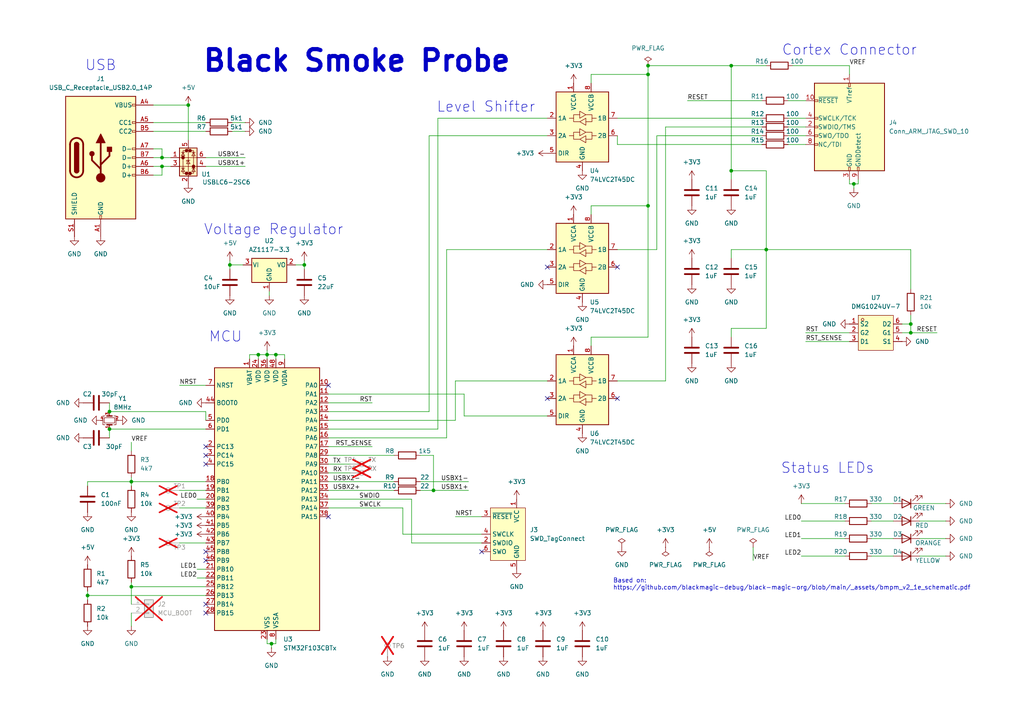
<source format=kicad_sch>
(kicad_sch (version 20250114) (generator "eeschema") (generator_version "9.0")
  (paper "A4")
  (title_block (title "Black-Smoke-Probe") (date "2025-04-14") (rev "v1.1.1") (company "@casartar") (comment 1 "License: CC-BY-SA 4.0"))
  (text "Status LEDs" (at 240.03 135.89 0) (effects (font (size 3 3))))
  (text "Based on: \nhttps://github.com/blackmagic-debug/black-magic-org/blob/main/_assets/bmpm_v2_1e_schematic.pdf" (at 177.8 169.545 0) (effects (font (size 1.27 1.27)) (justify left)))
  (text "Cortex Connector" (at 246.38 14.605 0) (effects (font (size 3 3))))
  (text "Voltage Regulator" (at 79.375 66.675 0) (effects (font (size 3 3))))
  (text "MCU" (at 65.405 97.79 0) (effects (font (size 3 3))))
  (text "Level Shifter" (at 140.97 31.115 0) (effects (font (size 3 3))))
  (text "Black Smoke Probe" (at 103.505 17.78 0) (effects (font (size 6 6) (thickness 1.2) (bold yes))))
  (text "USB" (at 29.21 19.05 0) (effects (font (size 3 3))))
  (junction (at 80.01 102.87))
  (junction (at 212.09 19.05))
  (junction (at 46.99 48.26))
  (junction (at 25.4 172.72))
  (junction (at 66.675 76.835))
  (junction (at 88.265 76.835))
  (junction (at 187.96 21.59))
  (junction (at 78.74 186.69))
  (junction (at 46.99 45.72))
  (junction (at 38.1 139.7))
  (junction (at 212.09 49.53))
  (junction (at 31.75 124.46))
  (junction (at 54.61 30.48))
  (junction (at 247.65 53.34))
  (junction (at 74.93 102.87))
  (junction (at 31.75 119.38))
  (junction (at 187.96 59.69))
  (junction (at 264.16 93.98))
  (junction (at 125.73 142.24))
  (junction (at 222.25 72.39))
  (junction (at 187.96 19.05))
  (junction (at 77.47 102.87))
  (junction (at 38.1 170.18))
  (junction (at 264.16 96.52))
  (no_connect (at 179.07 115.57))
  (no_connect (at 59.69 134.62))
  (no_connect (at 59.69 175.26))
  (no_connect (at 158.75 77.47))
  (no_connect (at 158.75 115.57))
  (no_connect (at 179.07 77.47))
  (no_connect (at 139.7 160.02))
  (no_connect (at 59.69 132.08))
  (no_connect (at 95.25 149.86))
  (no_connect (at 59.69 160.02))
  (no_connect (at 59.69 162.56))
  (no_connect (at 59.69 177.8))
  (no_connect (at 95.25 111.76))
  (no_connect (at 59.69 129.54))
  (wire (pts (xy 222.25 95.25) (xy 222.25 72.39)))
  (wire (pts (xy 59.69 45.72) (xy 71.12 45.72)))
  (wire (pts (xy 95.25 142.24) (xy 114.3 142.24)))
  (wire (pts (xy 82.55 104.14) (xy 82.55 102.87)))
  (wire (pts (xy 228.6 41.91) (xy 233.68 41.91)))
  (wire (pts (xy 190.5 72.39) (xy 190.5 39.37)))
  (wire (pts (xy 59.69 48.26) (xy 71.12 48.26)))
  (wire (pts (xy 252.73 156.21) (xy 259.08 156.21)))
  (wire (pts (xy 121.92 142.24) (xy 125.73 142.24)))
  (wire (pts (xy 132.08 149.86) (xy 139.7 149.86)))
  (wire (pts (xy 246.38 52.07) (xy 246.38 53.34)))
  (wire (pts (xy 187.96 97.79) (xy 187.96 59.69)))
  (wire (pts (xy 116.84 154.94) (xy 139.7 154.94)))
  (wire (pts (xy 248.92 52.07) (xy 248.92 53.34)))
  (wire (pts (xy 233.68 99.06) (xy 246.38 99.06)))
  (wire (pts (xy 246.38 53.34) (xy 247.65 53.34)))
  (wire (pts (xy 274.32 151.13) (xy 266.7 151.13)))
  (wire (pts (xy 119.38 157.48) (xy 139.7 157.48)))
  (wire (pts (xy 212.09 19.05) (xy 222.25 19.05)))
  (wire (pts (xy 57.15 165.1) (xy 59.69 165.1)))
  (wire (pts (xy 38.1 177.8) (xy 38.1 181.61)))
  (wire (pts (xy 132.08 121.92) (xy 132.08 110.49)))
  (wire (pts (xy 59.69 119.38) (xy 31.75 119.38)))
  (wire (pts (xy 116.84 147.32) (xy 116.84 154.94)))
  (wire (pts (xy 38.1 128.27) (xy 38.1 130.81)))
  (wire (pts (xy 25.4 172.72) (xy 25.4 173.99)))
  (wire (pts (xy 59.69 139.7) (xy 38.1 139.7)))
  (wire (pts (xy 38.1 170.18) (xy 38.1 175.26)))
  (wire (pts (xy 212.09 95.25) (xy 222.25 95.25)))
  (wire (pts (xy 46.99 48.26) (xy 49.53 48.26)))
  (wire (pts (xy 121.92 139.7) (xy 135.89 139.7)))
  (wire (pts (xy 77.47 185.42) (xy 77.47 186.69)))
  (wire (pts (xy 95.25 129.54) (xy 107.95 129.54)))
  (wire (pts (xy 57.15 144.78) (xy 59.69 144.78)))
  (wire (pts (xy 179.07 41.91) (xy 179.07 39.37)))
  (wire (pts (xy 46.99 45.72) (xy 49.53 45.72)))
  (wire (pts (xy 77.47 102.87) (xy 74.93 102.87)))
  (wire (pts (xy 171.45 21.59) (xy 171.45 24.13)))
  (wire (pts (xy 31.75 116.84) (xy 31.75 119.38)))
  (wire (pts (xy 80.01 185.42) (xy 80.01 186.69)))
  (wire (pts (xy 171.45 97.79) (xy 187.96 97.79)))
  (wire (pts (xy 95.25 147.32) (xy 116.84 147.32)))
  (wire (pts (xy 134.62 120.65) (xy 134.62 114.3)))
  (wire (pts (xy 229.87 19.05) (xy 246.38 19.05)))
  (wire (pts (xy 95.25 124.46) (xy 127 124.46)))
  (wire (pts (xy 187.96 21.59) (xy 187.96 19.05)))
  (wire (pts (xy 179.07 72.39) (xy 190.5 72.39)))
  (wire (pts (xy 264.16 72.39) (xy 264.16 83.82)))
  (wire (pts (xy 95.25 139.7) (xy 114.3 139.7)))
  (wire (pts (xy 261.62 93.98) (xy 264.16 93.98)))
  (wire (pts (xy 25.4 139.7) (xy 38.1 139.7)))
  (wire (pts (xy 232.41 146.05) (xy 245.11 146.05)))
  (wire (pts (xy 46.99 50.8) (xy 46.99 48.26)))
  (wire (pts (xy 25.4 172.72) (xy 59.69 172.72)))
  (wire (pts (xy 52.07 142.24) (xy 59.69 142.24)))
  (wire (pts (xy 88.265 76.835) (xy 88.265 78.105)))
  (wire (pts (xy 44.45 50.8) (xy 46.99 50.8)))
  (wire (pts (xy 274.32 156.21) (xy 266.7 156.21)))
  (wire (pts (xy 228.6 34.29) (xy 233.68 34.29)))
  (wire (pts (xy 274.32 161.29) (xy 266.7 161.29)))
  (wire (pts (xy 220.98 41.91) (xy 179.07 41.91)))
  (wire (pts (xy 252.73 146.05) (xy 259.08 146.05)))
  (wire (pts (xy 67.31 35.56) (xy 71.12 35.56)))
  (wire (pts (xy 199.39 29.21) (xy 220.98 29.21)))
  (wire (pts (xy 80.01 102.87) (xy 80.01 104.14)))
  (wire (pts (xy 52.07 157.48) (xy 59.69 157.48)))
  (wire (pts (xy 80.01 102.87) (xy 77.47 102.87)))
  (wire (pts (xy 218.44 158.75) (xy 218.44 162.56)))
  (wire (pts (xy 72.39 102.87) (xy 72.39 104.14)))
  (wire (pts (xy 222.25 72.39) (xy 264.16 72.39)))
  (wire (pts (xy 212.09 74.93) (xy 212.09 72.39)))
  (wire (pts (xy 125.73 142.24) (xy 135.89 142.24)))
  (wire (pts (xy 124.46 119.38) (xy 124.46 39.37)))
  (wire (pts (xy 247.65 53.34) (xy 247.65 54.61)))
  (wire (pts (xy 95.25 134.62) (xy 101.6 134.62)))
  (wire (pts (xy 95.25 116.84) (xy 107.95 116.84)))
  (wire (pts (xy 187.96 59.69) (xy 187.96 21.59)))
  (wire (pts (xy 232.41 156.21) (xy 245.11 156.21)))
  (wire (pts (xy 274.32 146.05) (xy 266.7 146.05)))
  (wire (pts (xy 252.73 151.13) (xy 259.08 151.13)))
  (wire (pts (xy 246.38 19.05) (xy 246.38 21.59)))
  (wire (pts (xy 46.99 43.18) (xy 46.99 45.72)))
  (wire (pts (xy 121.92 132.08) (xy 125.73 132.08)))
  (wire (pts (xy 67.31 38.1) (xy 71.12 38.1)))
  (wire (pts (xy 78.105 84.455) (xy 78.105 85.725)))
  (wire (pts (xy 66.675 75.565) (xy 66.675 76.835)))
  (wire (pts (xy 78.74 186.69) (xy 80.01 186.69)))
  (wire (pts (xy 190.5 39.37) (xy 220.98 39.37)))
  (wire (pts (xy 193.04 36.83) (xy 220.98 36.83)))
  (wire (pts (xy 25.4 140.97) (xy 25.4 139.7)))
  (wire (pts (xy 132.08 110.49) (xy 158.75 110.49)))
  (wire (pts (xy 78.74 186.69) (xy 78.74 187.96)))
  (wire (pts (xy 77.47 186.69) (xy 78.74 186.69)))
  (wire (pts (xy 44.45 30.48) (xy 54.61 30.48)))
  (wire (pts (xy 31.75 124.46) (xy 31.75 127)))
  (wire (pts (xy 228.6 36.83) (xy 233.68 36.83)))
  (wire (pts (xy 95.25 137.16) (xy 101.6 137.16)))
  (wire (pts (xy 85.725 76.835) (xy 88.265 76.835)))
  (wire (pts (xy 212.09 19.05) (xy 212.09 49.53)))
  (wire (pts (xy 171.45 100.33) (xy 171.45 97.79)))
  (wire (pts (xy 134.62 114.3) (xy 95.25 114.3)))
  (wire (pts (xy 233.68 96.52) (xy 246.38 96.52)))
  (wire (pts (xy 228.6 29.21) (xy 233.68 29.21)))
  (wire (pts (xy 158.75 72.39) (xy 129.54 72.39)))
  (wire (pts (xy 232.41 161.29) (xy 245.11 161.29)))
  (wire (pts (xy 179.07 110.49) (xy 193.04 110.49)))
  (wire (pts (xy 54.61 30.48) (xy 54.61 40.64)))
  (wire (pts (xy 187.96 19.05) (xy 212.09 19.05)))
  (wire (pts (xy 228.6 39.37) (xy 233.68 39.37)))
  (wire (pts (xy 247.65 53.34) (xy 248.92 53.34)))
  (wire (pts (xy 66.675 78.105) (xy 66.675 76.835)))
  (wire (pts (xy 171.45 59.69) (xy 171.45 62.23)))
  (wire (pts (xy 38.1 170.18) (xy 59.69 170.18)))
  (wire (pts (xy 158.75 120.65) (xy 134.62 120.65)))
  (wire (pts (xy 38.1 168.91) (xy 38.1 170.18)))
  (wire (pts (xy 171.45 21.59) (xy 187.96 21.59)))
  (wire (pts (xy 212.09 49.53) (xy 212.09 52.07)))
  (wire (pts (xy 59.69 121.92) (xy 59.69 119.38)))
  (wire (pts (xy 222.25 49.53) (xy 212.09 49.53)))
  (wire (pts (xy 124.46 39.37) (xy 158.75 39.37)))
  (wire (pts (xy 193.04 110.49) (xy 193.04 36.83)))
  (wire (pts (xy 66.675 76.835) (xy 70.485 76.835)))
  (wire (pts (xy 95.25 121.92) (xy 132.08 121.92)))
  (wire (pts (xy 44.45 48.26) (xy 46.99 48.26)))
  (wire (pts (xy 261.62 96.52) (xy 264.16 96.52)))
  (wire (pts (xy 119.38 144.78) (xy 119.38 157.48)))
  (wire (pts (xy 127 34.29) (xy 127 124.46)))
  (wire (pts (xy 264.16 93.98) (xy 264.16 96.52)))
  (wire (pts (xy 222.25 72.39) (xy 222.25 49.53)))
  (wire (pts (xy 95.25 132.08) (xy 114.3 132.08)))
  (wire (pts (xy 57.15 167.64) (xy 59.69 167.64)))
  (wire (pts (xy 44.45 35.56) (xy 59.69 35.56)))
  (wire (pts (xy 129.54 72.39) (xy 129.54 127)))
  (wire (pts (xy 127 34.29) (xy 158.75 34.29)))
  (wire (pts (xy 129.54 127) (xy 95.25 127)))
  (wire (pts (xy 44.45 38.1) (xy 59.69 38.1)))
  (wire (pts (xy 212.09 72.39) (xy 222.25 72.39)))
  (wire (pts (xy 52.07 147.32) (xy 59.69 147.32)))
  (wire (pts (xy 31.75 124.46) (xy 59.69 124.46)))
  (wire (pts (xy 95.25 144.78) (xy 119.38 144.78)))
  (wire (pts (xy 252.73 161.29) (xy 259.08 161.29)))
  (wire (pts (xy 52.07 111.76) (xy 59.69 111.76)))
  (wire (pts (xy 212.09 97.79) (xy 212.09 95.25)))
  (wire (pts (xy 95.25 119.38) (xy 124.46 119.38)))
  (wire (pts (xy 88.265 75.565) (xy 88.265 76.835)))
  (wire (pts (xy 38.1 138.43) (xy 38.1 139.7)))
  (wire (pts (xy 25.4 171.45) (xy 25.4 172.72)))
  (wire (pts (xy 171.45 59.69) (xy 187.96 59.69)))
  (wire (pts (xy 264.16 91.44) (xy 264.16 93.98)))
  (wire (pts (xy 77.47 102.87) (xy 77.47 104.14)))
  (wire (pts (xy 179.07 34.29) (xy 220.98 34.29)))
  (wire (pts (xy 232.41 151.13) (xy 245.11 151.13)))
  (wire (pts (xy 74.93 102.87) (xy 72.39 102.87)))
  (wire (pts (xy 125.73 132.08) (xy 125.73 142.24)))
  (wire (pts (xy 44.45 45.72) (xy 46.99 45.72)))
  (wire (pts (xy 74.93 102.87) (xy 74.93 104.14)))
  (wire (pts (xy 38.1 139.7) (xy 38.1 140.97)))
  (wire (pts (xy 77.47 101.6) (xy 77.47 102.87)))
  (wire (pts (xy 44.45 43.18) (xy 46.99 43.18)))
  (wire (pts (xy 82.55 102.87) (xy 80.01 102.87)))
  (wire (pts (xy 264.16 96.52) (xy 271.78 96.52)))
  (label "USBX1-" (at 71.12 45.72 180))
  (label "USBX2+" (at 96.52 142.24 0))
  (label "USBX1+" (at 135.89 142.24 180))
  (label "LED1" (at 232.41 156.21 180))
  (label "USBX2-" (at 96.52 139.7 0))
  (label "TX" (at 96.52 134.62 0))
  (label "RST" (at 233.68 96.52 0))
  (label "LED1" (at 57.15 165.1 180))
  (label "RESET" (at 271.78 96.52 180))
  (label "VREF" (at 246.38 19.05 0))
  (label "NRST" (at 52.07 111.76 0))
  (label "RESET" (at 199.39 29.21 0))
  (label "LED2" (at 57.15 167.64 180))
  (label "LED2" (at 232.41 161.29 180))
  (label "NRST" (at 132.08 149.86 0))
  (label "USBX1-" (at 135.89 139.7 180))
  (label "VREF" (at 218.44 162.56 0))
  (label "VREF" (at 38.1 128.27 0))
  (label "SWDIO" (at 104.14 144.78 0))
  (label "SWCLK" (at 104.14 147.32 0))
  (label "RX" (at 96.52 137.16 0))
  (label "RST_SENSE" (at 233.68 99.06 0))
  (label "USBX1+" (at 71.12 48.26 180))
  (label "LED0" (at 57.15 144.78 180))
  (label "RST" (at 107.95 116.84 180))
  (label "LED0" (at 232.41 151.13 180))
  (label "RST_SENSE" (at 107.95 129.54 180))
  (symbol (lib_id "power:GND") (at 274.32 146.05 90) (unit 1)
    (property "Reference" "#PWR064" (effects (hide yes)))
    (property "Value" "GND" (at 278.13 146.0499 90) (effects (justify right)))
    (property "Description" "Power symbol creates a global label with name \"GND\" , ground" (effects (hide yes)))
  )
  (symbol (lib_id "power:GND") (at 200.66 59.69 0) (unit 1)
    (property "Reference" "#PWR051" (effects (hide yes)))
    (property "Value" "GND" (at 200.66 64.77 0))
    (property "Description" "Power symbol creates a global label with name \"GND\" , ground" (effects (hide yes)))
  )
  (symbol (lib_id "power:+3V3") (at 59.69 149.86 90) (unit 1)
    (property "Reference" "#PWR016" (effects (hide yes)))
    (property "Value" "+3V3" (at 55.88 149.8599 90) (effects (justify left)))
    (property "Description" "Power symbol creates a global label with name \"+3V3\"" (effects (hide yes)))
  )
  (symbol (lib_id "Device:LED") (at 262.89 161.29 180) (unit 1)
    (property "Reference" "D4" (at 260.35 160.02 0))
    (property "Value" "YELLOW" (at 265.43 162.56 0) (effects (justify right)))
    (property "Footprint" "LED_SMD:LED_0603_1608Metric" (effects (hide yes)))
    (property "Description" "Light emitting diode" (effects (hide yes)))
    (property "Sim.Pins" "1=K 2=A" (effects (hide yes)))
    (property "LCSC Part" "C160477" (effects (hide yes)))
  )
  (symbol (lib_id "Device:C") (at 212.09 55.88 0) (unit 1)
    (property "Reference" "C14" (at 215.9 54.6099 0) (effects (justify left)))
    (property "Value" "1uF" (at 215.9 57.1499 0) (effects (justify left)))
    (property "Footprint" "Capacitor_SMD:C_0603_1608Metric" (effects (hide yes)))
    (property "Description" "Unpolarized capacitor" (effects (hide yes)))
    (property "LCSC Part" "C15849" (effects (hide yes)))
  )
  (symbol (lib_id "power:GND") (at 158.75 82.55 270) (unit 1)
    (property "Reference" "#PWR039" (effects (hide yes)))
    (property "Value" "GND" (at 154.94 82.5499 90) (effects (justify right)))
    (property "Description" "Power symbol creates a global label with name \"GND\" , ground" (effects (hide yes)))
  )
  (symbol (lib_id "power:+3V3") (at 59.69 154.94 90) (unit 1)
    (property "Reference" "#PWR018" (effects (hide yes)))
    (property "Value" "+3V3" (at 55.88 154.9399 90) (effects (justify left)))
    (property "Description" "Power symbol creates a global label with name \"+3V3\"" (effects (hide yes)))
  )
  (symbol (lib_id "Device:R") (at 38.1 144.78 0) (unit 1)
    (property "Reference" "R4" (at 40.64 143.5099 0) (effects (justify left)))
    (property "Value" "10k" (at 40.64 146.0499 0) (effects (justify left)))
    (property "Footprint" "Resistor_SMD:R_0603_1608Metric" (effects (hide yes)))
    (property "Description" "Resistor" (effects (hide yes)))
    (property "LCSC Part" "C98220" (effects (hide yes)))
  )
  (symbol (lib_id "Connector:USB_C_Receptacle_USB2.0_14P") (at 29.21 45.72 0) (unit 1)
    (property "Reference" "J1" (at 29.21 22.86 0))
    (property "Value" "USB_C_Receptacle_USB2.0_14P" (at 29.21 25.4 0))
    (property "Footprint" "Connector_USB:USB_C_Receptacle_HRO_TYPE-C-31-M-12" (effects (hide yes)))
    (property "Datasheet" "https://www.usb.org/sites/default/files/documents/usb_type-c.zip" (effects (hide yes)))
    (property "Description" "USB 2.0-only 14P Type-C Receptacle connector" (effects (hide yes)))
    (property "LCSC Part" "C165948" (effects (hide yes)))
  )
  (symbol (lib_id "power:+3V3") (at 88.265 75.565 0) (unit 1)
    (property "Reference" "#PWR026" (effects (hide yes)))
    (property "Value" "+3V3" (at 88.265 70.485 0))
    (property "Description" "Power symbol creates a global label with name \"+3V3\"" (effects (hide yes)))
  )
  (symbol (lib_id "Device:R") (at 226.06 19.05 90) (unit 1)
    (property "Reference" "R16" (at 220.98 17.78 90))
    (property "Value" "100" (at 231.14 17.78 90))
    (property "Footprint" "Resistor_SMD:R_0603_1608Metric" (effects (hide yes)))
    (property "Description" "Resistor" (effects (hide yes)))
    (property "LCSC Part" "C105588" (effects (hide yes)))
  )
  (symbol (lib_id "power:GND") (at 78.105 85.725 0) (unit 1)
    (property "Reference" "#PWR023" (effects (hide yes)))
    (property "Value" "GND" (at 78.105 90.805 0))
    (property "Description" "Power symbol creates a global label with name \"GND\" , ground" (effects (hide yes)))
  )
  (symbol (lib_id "Device:C") (at 200.66 55.88 0) (unit 1)
    (property "Reference" "C11" (at 204.47 54.6099 0) (effects (justify left)))
    (property "Value" "1uF" (at 204.47 57.1499 0) (effects (justify left)))
    (property "Footprint" "Capacitor_SMD:C_0603_1608Metric" (effects (hide yes)))
    (property "Description" "Unpolarized capacitor" (effects (hide yes)))
    (property "LCSC Part" "C15849" (effects (hide yes)))
  )
  (symbol (lib_id "power:GND") (at 38.1 148.59 0) (unit 1)
    (property "Reference" "#PWR010" (effects (hide yes)))
    (property "Value" "GND" (at 38.1 153.67 0))
    (property "Description" "Power symbol creates a global label with name \"GND\" , ground" (effects (hide yes)))
  )
  (symbol (lib_id "power:GND") (at 200.66 82.55 0) (unit 1)
    (property "Reference" "#PWR053" (effects (hide yes)))
    (property "Value" "GND" (at 200.66 87.63 0))
    (property "Description" "Power symbol creates a global label with name \"GND\" , ground" (effects (hide yes)))
  )
  (symbol (lib_id "power:GND") (at 180.34 158.75 0) (unit 1)
    (property "Reference" "#PWR048" (effects (hide yes)))
    (property "Value" "GND" (at 180.34 163.83 0))
    (property "Description" "Power symbol creates a global label with name \"GND\" , ground" (effects (hide yes)))
  )
  (symbol (lib_id "Device:R") (at 118.11 139.7 90) (unit 1)
    (property "Reference" "R9" (at 113.03 138.43 90))
    (property "Value" "22" (at 123.19 138.43 90))
    (property "Footprint" "Resistor_SMD:R_0603_1608Metric" (effects (hide yes)))
    (property "Description" "Resistor" (effects (hide yes)))
    (property "LCSC Part" "C1203" (effects (hide yes)))
  )
  (symbol (lib_id "power:GND") (at 274.32 151.13 90) (unit 1)
    (property "Reference" "#PWR065" (effects (hide yes)))
    (property "Value" "GND" (at 278.13 151.1299 90) (effects (justify right)))
    (property "Description" "Power symbol creates a global label with name \"GND\" , ground" (effects (hide yes)))
  )
  (symbol (lib_id "Logic_LevelTranslator:74LVC2T45DC") (at 168.91 113.03 0) (unit 1)
    (property "Reference" "U6" (at 171.0533 125.73 0) (effects (justify left)))
    (property "Value" "74LVC2T45DC" (at 171.0533 128.27 0) (effects (justify left)))
    (property "Footprint" "Package_SO:VSSOP-8_2.3x2mm_P0.5mm" (effects (hide yes)))
    (property "Datasheet" "https://assets.nexperia.com/documents/data-sheet/74LVC_LVCH2T45.pdf" (effects (hide yes)))
    (property "Description" "Dual supply translating transceiver, 3-state, 2-bit, VSSOP-8" (effects (hide yes)))
    (property "LCSC Part" "C15741" (effects (hide yes)))
  )
  (symbol (lib_id "Device:R") (at 25.4 177.8 0) (unit 1)
    (property "Reference" "R2" (at 27.94 176.5299 0) (effects (justify left)))
    (property "Value" "10k" (at 27.94 179.0699 0) (effects (justify left)))
    (property "Footprint" "Resistor_SMD:R_0603_1608Metric" (effects (hide yes)))
    (property "Description" "Resistor" (effects (hide yes)))
    (property "LCSC Part" "C98220" (effects (hide yes)))
  )
  (symbol (lib_id "Connector:TestPoint") (at 52.07 157.48 90) (unit 1) (dnp yes)
    (property "Reference" "TP3" (at 52.07 158.75 90))
    (property "Value" "TestPoint" (effects (hide yes)))
    (property "Footprint" "TestPoint:TestPoint_Pad_D1.0mm" (effects (hide yes)))
    (property "Description" "test point" (effects (hide yes)))
  )
  (symbol (lib_id "power:+5V") (at 66.675 75.565 0) (unit 1)
    (property "Reference" "#PWR019" (effects (hide yes)))
    (property "Value" "+5V" (at 66.675 70.485 0))
    (property "Description" "Power symbol creates a global label with name \"+5V\"" (effects (hide yes)))
  )
  (symbol (lib_id "power:PWR_FLAG") (at 180.34 158.75 0) (unit 1)
    (property "Reference" "#FLG01" (effects (hide yes)))
    (property "Value" "PWR_FLAG" (at 180.34 153.67 0))
    (property "Description" "Special symbol for telling ERC where power comes from" (effects (hide yes)))
  )
  (symbol (lib_id "power:GND") (at 29.21 121.92 270) (unit 1)
    (property "Reference" "#PWR08" (effects (hide yes)))
    (property "Value" "GND" (at 25.4 121.9199 90) (effects (justify right)))
    (property "Description" "Power symbol creates a global label with name \"GND\" , ground" (effects (hide yes)))
  )
  (symbol (lib_id "Device:C") (at 134.62 186.69 0) (unit 1)
    (property "Reference" "C7" (at 138.43 185.4199 0) (effects (justify left)))
    (property "Value" "1uF" (at 138.43 187.9599 0) (effects (justify left)))
    (property "Footprint" "Capacitor_SMD:C_0603_1608Metric" (effects (hide yes)))
    (property "Description" "Unpolarized capacitor" (effects (hide yes)))
    (property "LCSC Part" "C15849" (effects (hide yes)))
  )
  (symbol (lib_id "power:GND") (at 24.13 116.84 270) (unit 1)
    (property "Reference" "#PWR02" (effects (hide yes)))
    (property "Value" "GND" (at 20.32 116.8399 90) (effects (justify right)))
    (property "Description" "Power symbol creates a global label with name \"GND\" , ground" (effects (hide yes)))
  )
  (symbol (lib_id "Device:LED") (at 262.89 151.13 180) (unit 1)
    (property "Reference" "D2" (at 260.35 149.86 0))
    (property "Value" "RED" (at 265.43 152.4 0) (effects (justify right)))
    (property "Footprint" "LED_SMD:LED_0603_1608Metric" (effects (hide yes)))
    (property "Description" "Light emitting diode" (effects (hide yes)))
    (property "Sim.Pins" "1=K 2=A" (effects (hide yes)))
    (property "LCSC Part" "C157741" (effects (hide yes)))
  )
  (symbol (lib_id "Device:R") (at 25.4 167.64 0) (unit 1)
    (property "Reference" "R1" (at 27.94 166.3699 0) (effects (justify left)))
    (property "Value" "4k7" (at 27.94 168.9099 0) (effects (justify left)))
    (property "Footprint" "Resistor_SMD:R_0603_1608Metric" (effects (hide yes)))
    (property "Description" "Resistor" (effects (hide yes)))
    (property "LCSC Part" "C105428" (effects (hide yes)))
  )
  (symbol (lib_id "EasyEDA:DMG1024UV-7") (at 254 96.52 0) (unit 1)
    (property "Reference" "U7" (at 254 86.36 0))
    (property "Value" "DMG1024UV-7" (at 254 88.9 0))
    (property "Footprint" "EasyEDA:SOT-563-6_L1.6-W1.2-P0.5-LS1.6-BL" (effects (hide yes)))
    (property "LCSC Part" "C2759893" (effects (hide yes)))
  )
  (symbol (lib_id "power:GND") (at 212.09 82.55 0) (unit 1)
    (property "Reference" "#PWR058" (effects (hide yes)))
    (property "Value" "GND" (at 212.09 87.63 0))
    (property "Description" "Power symbol creates a global label with name \"GND\" , ground" (effects (hide yes)))
  )
  (symbol (lib_id "Device:C") (at 200.66 101.6 0) (unit 1)
    (property "Reference" "C13" (at 204.47 100.3299 0) (effects (justify left)))
    (property "Value" "1uF" (at 204.47 102.8699 0) (effects (justify left)))
    (property "Footprint" "Capacitor_SMD:C_0603_1608Metric" (effects (hide yes)))
    (property "Description" "Unpolarized capacitor" (effects (hide yes)))
    (property "LCSC Part" "C15849" (effects (hide yes)))
  )
  (symbol (lib_id "power:+3V3") (at 232.41 146.05 0) (unit 1)
    (property "Reference" "#PWR060" (effects (hide yes)))
    (property "Value" "+3V3" (at 232.41 140.97 0))
    (property "Description" "Power symbol creates a global label with name \"+3V3\"" (effects (hide yes)))
  )
  (symbol (lib_id "power:GND") (at 157.48 190.5 0) (unit 1)
    (property "Reference" "#PWR037" (effects (hide yes)))
    (property "Value" "GND" (at 157.48 195.58 0))
    (property "Description" "Power symbol creates a global label with name \"GND\" , ground" (effects (hide yes)))
  )
  (symbol (lib_id "Device:R") (at 224.79 39.37 90) (unit 1)
    (property "Reference" "R14" (at 219.71 38.1 90))
    (property "Value" "100" (at 229.87 38.1 90))
    (property "Footprint" "Resistor_SMD:R_0603_1608Metric" (effects (hide yes)))
    (property "Description" "Resistor" (effects (hide yes)))
    (property "LCSC Part" "C105588" (effects (hide yes)))
  )
  (symbol (lib_id "Connector:TestPoint") (at 52.07 142.24 90) (unit 1) (dnp yes)
    (property "Reference" "TP1" (at 52.07 140.97 90))
    (property "Value" "TestPoint" (effects (hide yes)))
    (property "Footprint" "TestPoint:TestPoint_Pad_D1.0mm" (effects (hide yes)))
    (property "Description" "test point" (effects (hide yes)))
  )
  (symbol (lib_id "power:GND") (at 168.91 87.63 0) (unit 1)
    (property "Reference" "#PWR044" (effects (hide yes)))
    (property "Value" "GND" (at 168.91 92.71 0))
    (property "Description" "Power symbol creates a global label with name \"GND\" , ground" (effects (hide yes)))
  )
  (symbol (lib_id "power:PWR_FLAG") (at 205.74 158.75 180) (unit 1)
    (property "Reference" "#FLG04" (effects (hide yes)))
    (property "Value" "PWR_FLAG" (at 205.74 163.83 0))
    (property "Description" "Special symbol for telling ERC where power comes from" (effects (hide yes)))
  )
  (symbol (lib_id "power:GND") (at 25.4 181.61 0) (unit 1)
    (property "Reference" "#PWR06" (effects (hide yes)))
    (property "Value" "GND" (at 25.4 186.69 0))
    (property "Description" "Power symbol creates a global label with name \"GND\" , ground" (effects (hide yes)))
  )
  (symbol (lib_id "power:+3V3") (at 123.19 182.88 0) (unit 1)
    (property "Reference" "#PWR028" (effects (hide yes)))
    (property "Value" "+3V3" (at 123.19 177.8 0))
    (property "Description" "Power symbol creates a global label with name \"+3V3\"" (effects (hide yes)))
  )
  (symbol (lib_id "power:GND") (at 21.59 68.58 0) (unit 1)
    (property "Reference" "#PWR01" (effects (hide yes)))
    (property "Value" "GND" (at 21.59 73.66 0))
    (property "Description" "Power symbol creates a global label with name \"GND\" , ground" (effects (hide yes)))
  )
  (symbol (lib_id "power:+3V3") (at 59.69 152.4 90) (unit 1)
    (property "Reference" "#PWR017" (effects (hide yes)))
    (property "Value" "+3V3" (at 55.88 152.3999 90) (effects (justify left)))
    (property "Description" "Power symbol creates a global label with name \"+3V3\"" (effects (hide yes)))
  )
  (symbol (lib_id "power:GND") (at 274.32 161.29 90) (unit 1)
    (property "Reference" "#PWR067" (effects (hide yes)))
    (property "Value" "GND" (at 278.13 161.2899 90) (effects (justify right)))
    (property "Description" "Power symbol creates a global label with name \"GND\" , ground" (effects (hide yes)))
  )
  (symbol (lib_id "Logic_LevelTranslator:74LVC2T45DC") (at 168.91 74.93 0) (unit 1)
    (property "Reference" "U5" (at 171.0533 87.63 0) (effects (justify left)))
    (property "Value" "74LVC2T45DC" (at 171.0533 90.17 0) (effects (justify left)))
    (property "Footprint" "Package_SO:VSSOP-8_2.3x2mm_P0.5mm" (effects (hide yes)))
    (property "Datasheet" "https://assets.nexperia.com/documents/data-sheet/74LVC_LVCH2T45.pdf" (effects (hide yes)))
    (property "Description" "Dual supply translating transceiver, 3-state, 2-bit, VSSOP-8" (effects (hide yes)))
    (property "LCSC Part" "C15741" (effects (hide yes)))
  )
  (symbol (lib_id "power:+3V3") (at 146.05 182.88 0) (unit 1)
    (property "Reference" "#PWR032" (effects (hide yes)))
    (property "Value" "+3V3" (at 146.05 177.8 0))
    (property "Description" "Power symbol creates a global label with name \"+3V3\"" (effects (hide yes)))
  )
  (symbol (lib_id "power:+3V3") (at 166.37 100.33 0) (unit 1)
    (property "Reference" "#PWR042" (effects (hide yes)))
    (property "Value" "+3V3" (at 166.37 95.25 0))
    (property "Description" "Power symbol creates a global label with name \"+3V3\"" (effects (hide yes)))
  )
  (symbol (lib_id "Connector:TestPoint") (at 112.395 190.5 0) (mirror y) (unit 1) (dnp yes)
    (property "Reference" "TP6" (at 115.57 187.325 0))
    (property "Value" "TestPoint" (effects (hide yes)))
    (property "Footprint" "TestPoint:TestPoint_Pad_D1.0mm" (effects (hide yes)))
    (property "Description" "test point" (effects (hide yes)))
  )
  (symbol (lib_id "power:+3V3") (at 200.66 74.93 0) (unit 1)
    (property "Reference" "#PWR052" (effects (hide yes)))
    (property "Value" "+3V3" (at 200.66 69.85 0))
    (property "Description" "Power symbol creates a global label with name \"+3V3\"" (effects (hide yes)))
  )
  (symbol (lib_id "Device:C") (at 168.91 186.69 0) (unit 1)
    (property "Reference" "C10" (at 172.72 185.4199 0) (effects (justify left)))
    (property "Value" "1uF" (at 172.72 187.9599 0) (effects (justify left)))
    (property "Footprint" "Capacitor_SMD:C_0603_1608Metric" (effects (hide yes)))
    (property "Description" "Unpolarized capacitor" (effects (hide yes)))
    (property "LCSC Part" "C15849" (effects (hide yes)))
  )
  (symbol (lib_id "power:PWR_FLAG") (at 218.44 158.75 0) (unit 1)
    (property "Reference" "#FLG05" (effects (hide yes)))
    (property "Value" "PWR_FLAG" (at 218.44 153.67 0))
    (property "Description" "Special symbol for telling ERC where power comes from" (effects (hide yes)))
  )
  (symbol (lib_id "Device:R") (at 224.79 34.29 90) (unit 1)
    (property "Reference" "R12" (at 219.71 33.02 90))
    (property "Value" "100" (at 229.87 33.02 90))
    (property "Footprint" "Resistor_SMD:R_0603_1608Metric" (effects (hide yes)))
    (property "Description" "Resistor" (effects (hide yes)))
    (property "LCSC Part" "C105588" (effects (hide yes)))
  )
  (symbol (lib_id "Connector:Conn_ARM_JTAG_SWD_10") (at 246.38 36.83 0) (mirror y) (unit 1)
    (property "Reference" "J4" (at 257.81 35.5599 0) (effects (justify right)))
    (property "Value" "Conn_ARM_JTAG_SWD_10" (at 257.81 38.0999 0) (effects (justify right)))
    (property "Footprint" "Connector_PinHeader_1.27mm:PinHeader_2x05_P1.27mm_Vertical_SMD" (effects (hide yes)))
    (property "Datasheet" "http://infocenter.arm.com/help/topic/com.arm.doc.ddi0314h/DDI0314H_coresight_components_trm.pdf" (effects (hide yes)))
    (property "Description" "Cortex Debug Connector, standard ARM Cortex-M SWD and JTAG interface" (effects (hide yes)))
    (property "LCSC Part" "C42372555" (effects (hide yes)))
  )
  (symbol (lib_id "Device:R") (at 264.16 87.63 0) (unit 1)
    (property "Reference" "R21" (at 266.7 86.3599 0) (effects (justify left)))
    (property "Value" "10k" (at 266.7 88.8999 0) (effects (justify left)))
    (property "Footprint" "Resistor_SMD:R_0603_1608Metric" (effects (hide yes)))
    (property "Description" "Resistor" (effects (hide yes)))
    (property "LCSC Part" "C98220" (effects (hide yes)))
  )
  (symbol (lib_id "Device:LED") (at 262.89 156.21 180) (unit 1)
    (property "Reference" "D3" (at 260.35 154.94 0))
    (property "Value" "ORANGE" (at 265.43 157.48 0) (effects (justify right)))
    (property "Footprint" "LED_SMD:LED_0603_1608Metric" (effects (hide yes)))
    (property "Description" "Light emitting diode" (effects (hide yes)))
    (property "Sim.Pins" "1=K 2=A" (effects (hide yes)))
    (property "LCSC Part" "C157740" (effects (hide yes)))
  )
  (symbol (lib_id "power:GND") (at 34.29 121.92 90) (unit 1)
    (property "Reference" "#PWR09" (effects (hide yes)))
    (property "Value" "GND" (at 38.1 121.9199 90) (effects (justify right)))
    (property "Description" "Power symbol creates a global label with name \"GND\" , ground" (effects (hide yes)))
  )
  (symbol (lib_id "Device:C") (at 200.66 78.74 0) (unit 1)
    (property "Reference" "C12" (at 204.47 77.4699 0) (effects (justify left)))
    (property "Value" "1uF" (at 204.47 80.0099 0) (effects (justify left)))
    (property "Footprint" "Capacitor_SMD:C_0603_1608Metric" (effects (hide yes)))
    (property "Description" "Unpolarized capacitor" (effects (hide yes)))
    (property "LCSC Part" "C15849" (effects (hide yes)))
  )
  (symbol (lib_id "power:+3V3") (at 200.66 97.79 0) (unit 1)
    (property "Reference" "#PWR054" (effects (hide yes)))
    (property "Value" "+3V3" (at 200.66 92.71 0))
    (property "Description" "Power symbol creates a global label with name \"+3V3\"" (effects (hide yes)))
  )
  (symbol (lib_id "Device:R") (at 248.92 161.29 90) (unit 1)
    (property "Reference" "R20" (at 243.84 160.02 90))
    (property "Value" "330" (at 254 160.02 90))
    (property "Footprint" "Resistor_SMD:R_0603_1608Metric" (effects (hide yes)))
    (property "Description" "Resistor" (effects (hide yes)))
    (property "LCSC Part" "C105881" (effects (hide yes)))
  )
  (symbol (lib_id "Device:R") (at 63.5 38.1 90) (unit 1)
    (property "Reference" "R7" (at 58.42 36.83 90))
    (property "Value" "5k1" (at 68.58 36.83 90))
    (property "Footprint" "Resistor_SMD:R_0603_1608Metric" (effects (hide yes)))
    (property "Description" "Resistor" (effects (hide yes)))
    (property "LCSC Part" "C105580" (effects (hide yes)))
  )
  (symbol (lib_id "Device:C") (at 157.48 186.69 0) (unit 1)
    (property "Reference" "C9" (at 161.29 185.4199 0) (effects (justify left)))
    (property "Value" "1uF" (at 161.29 187.9599 0) (effects (justify left)))
    (property "Footprint" "Capacitor_SMD:C_0603_1608Metric" (effects (hide yes)))
    (property "Description" "Unpolarized capacitor" (effects (hide yes)))
    (property "LCSC Part" "C15849" (effects (hide yes)))
  )
  (symbol (lib_id "power:+3V3") (at 134.62 182.88 0) (unit 1)
    (property "Reference" "#PWR030" (effects (hide yes)))
    (property "Value" "+3V3" (at 134.62 177.8 0))
    (property "Description" "Power symbol creates a global label with name \"+3V3\"" (effects (hide yes)))
  )
  (symbol (lib_id "Logic_LevelTranslator:74LVC2T45DC") (at 168.91 36.83 0) (unit 1)
    (property "Reference" "U4" (at 171.0533 49.53 0) (effects (justify left)))
    (property "Value" "74LVC2T45DC" (at 171.0533 52.07 0) (effects (justify left)))
    (property "Footprint" "Package_SO:VSSOP-8_2.3x2mm_P0.5mm" (effects (hide yes)))
    (property "Datasheet" "https://assets.nexperia.com/documents/data-sheet/74LVC_LVCH2T45.pdf" (effects (hide yes)))
    (property "Description" "Dual supply translating transceiver, 3-state, 2-bit, VSSOP-8" (effects (hide yes)))
    (property "LCSC Part" "C15741" (effects (hide yes)))
  )
  (symbol (lib_id "power:+5V") (at 54.61 30.48 0) (unit 1)
    (property "Reference" "#PWR013" (effects (hide yes)))
    (property "Value" "+5V" (at 54.61 25.4 0))
    (property "Description" "Power symbol creates a global label with name \"+5V\"" (effects (hide yes)))
  )
  (symbol (lib_id "Device:R") (at 38.1 134.62 0) (unit 1)
    (property "Reference" "R3" (at 40.64 133.3499 0) (effects (justify left)))
    (property "Value" "4k7" (at 40.64 135.8899 0) (effects (justify left)))
    (property "Footprint" "Resistor_SMD:R_0603_1608Metric" (effects (hide yes)))
    (property "Description" "Resistor" (effects (hide yes)))
    (property "LCSC Part" "C105428" (effects (hide yes)))
  )
  (symbol (lib_id "power:+3V3") (at 200.66 52.07 0) (unit 1)
    (property "Reference" "#PWR050" (effects (hide yes)))
    (property "Value" "+3V3" (at 200.66 46.99 0))
    (property "Description" "Power symbol creates a global label with name \"+3V3\"" (effects (hide yes)))
  )
  (symbol (lib_id "Device:C") (at 25.4 144.78 0) (unit 1)
    (property "Reference" "C1" (at 29.21 143.5099 0) (effects (justify left)))
    (property "Value" "100nF" (at 29.21 146.0499 0) (effects (justify left)))
    (property "Footprint" "Capacitor_SMD:C_0603_1608Metric" (effects (hide yes)))
    (property "Description" "Unpolarized capacitor" (effects (hide yes)))
    (property "LCSC Part" "C14663 " (effects (hide yes)))
  )
  (symbol (lib_id "Device:C") (at 66.675 81.915 0) (unit 1)
    (property "Reference" "C4" (at 59.055 80.645 0) (effects (justify left)))
    (property "Value" "10uF" (at 59.055 83.185 0) (effects (justify left)))
    (property "Footprint" "Capacitor_SMD:C_0603_1608Metric" (effects (hide yes)))
    (property "Description" "Unpolarized capacitor" (effects (hide yes)))
    (property "LCSC Part" "C19702" (effects (hide yes)))
  )
  (symbol (lib_id "power:GND") (at 59.69 116.84 270) (unit 1)
    (property "Reference" "#PWR015" (effects (hide yes)))
    (property "Value" "GND" (at 55.88 116.8399 90) (effects (justify right)))
    (property "Description" "Power symbol creates a global label with name \"GND\" , ground" (effects (hide yes)))
  )
  (symbol (lib_id "MCU_ST_STM32F1:STM32F103CBTx") (at 77.47 144.78 0) (unit 1)
    (property "Reference" "U3" (at 82.1533 185.42 0) (effects (justify left)))
    (property "Value" "STM32F103CBTx" (at 82.1533 187.96 0) (effects (justify left)))
    (property "Footprint" "Package_QFP:LQFP-48_7x7mm_P0.5mm" (effects (hide yes)))
    (property "Datasheet" "https://www.st.com/resource/en/datasheet/stm32f103cb.pdf" (effects (hide yes)))
    (property "Description" "STMicroelectronics Arm Cortex-M3 MCU, 128KB flash, 20KB RAM, 72 MHz, 2.0-3.6V, 37 GPIO, LQFP48" (effects (hide yes)))
    (property "LCSC Part" "C8304" (effects (hide yes)))
  )
  (symbol (lib_id "power:GND") (at 134.62 190.5 0) (unit 1)
    (property "Reference" "#PWR031" (effects (hide yes)))
    (property "Value" "GND" (at 134.62 195.58 0))
    (property "Description" "Power symbol creates a global label with name \"GND\" , ground" (effects (hide yes)))
  )
  (symbol (lib_id "power:+3V3") (at 168.91 182.88 0) (unit 1)
    (property "Reference" "#PWR046" (effects (hide yes)))
    (property "Value" "+3V3" (at 168.91 177.8 0))
    (property "Description" "Power symbol creates a global label with name \"+3V3\"" (effects (hide yes)))
  )
  (symbol (lib_id "Device:C") (at 27.94 127 90) (mirror x) (unit 1)
    (property "Reference" "C3" (at 26.67 129.54 90) (effects (justify left)))
    (property "Value" "30pF" (at 35.56 129.54 90) (effects (justify left)))
    (property "Footprint" "Capacitor_SMD:C_0603_1608Metric" (effects (hide yes)))
    (property "Description" "Unpolarized capacitor" (effects (hide yes)))
    (property "LCSC Part" "C1658 " (effects (hide yes)))
  )
  (symbol (lib_id "Connector_Generic:Conn_01x02") (at 43.18 175.26 0) (unit 1) (dnp yes)
    (property "Reference" "J2" (at 45.72 175.2599 0) (effects (justify left)))
    (property "Value" "MCU_BOOT" (at 45.72 177.7999 0) (effects (justify left)))
    (property "Footprint" "Connector_PinHeader_2.54mm:PinHeader_1x02_P2.54mm_Vertical" (effects (hide yes)))
    (property "Description" "Generic connector, single row, 01x02, script generated (kicad-library-utils/schlib/autogen/connector/)" (effects (hide yes)))
  )
  (symbol (lib_id "power:+3V3") (at 149.86 144.78 0) (unit 1)
    (property "Reference" "#PWR034" (effects (hide yes)))
    (property "Value" "+3V3" (at 149.86 139.7 0))
    (property "Description" "Power symbol creates a global label with name \"+3V3\"" (effects (hide yes)))
  )
  (symbol (lib_id "power:GND") (at 54.61 53.34 0) (unit 1)
    (property "Reference" "#PWR014" (effects (hide yes)))
    (property "Value" "GND" (at 54.61 58.42 0))
    (property "Description" "Power symbol creates a global label with name \"GND\" , ground" (effects (hide yes)))
  )
  (symbol (lib_id "Connector:TestPoint") (at 101.6 134.62 270) (mirror x) (unit 1) (dnp yes)
    (property "Reference" "TP4" (at 101.6 133.35 90))
    (property "Value" "TX" (at 107.95 133.35 90))
    (property "Footprint" "TestPoint:TestPoint_Pad_D1.0mm" (effects (hide yes)))
    (property "Description" "test point" (effects (hide yes)))
  )
  (symbol (lib_id "power:GND") (at 24.13 127 270) (unit 1)
    (property "Reference" "#PWR03" (effects (hide yes)))
    (property "Value" "GND" (at 20.32 126.9999 90) (effects (justify right)))
    (property "Description" "Power symbol creates a global label with name \"GND\" , ground" (effects (hide yes)))
  )
  (symbol (lib_id "power:GND") (at 29.21 68.58 0) (unit 1)
    (property "Reference" "#PWR07" (effects (hide yes)))
    (property "Value" "GND" (at 29.21 73.66 0))
    (property "Description" "Power symbol creates a global label with name \"GND\" , ground" (effects (hide yes)))
  )
  (symbol (lib_id "power:+3V3") (at 193.04 158.75 0) (unit 1)
    (property "Reference" "#PWR049" (effects (hide yes)))
    (property "Value" "+3V3" (at 193.04 153.67 0))
    (property "Description" "Power symbol creates a global label with name \"+3V3\"" (effects (hide yes)))
  )
  (symbol (lib_id "power:GND") (at 168.91 125.73 0) (unit 1)
    (property "Reference" "#PWR045" (effects (hide yes)))
    (property "Value" "GND" (at 168.91 130.81 0))
    (property "Description" "Power symbol creates a global label with name \"GND\" , ground" (effects (hide yes)))
  )
  (symbol (lib_id "power:GND") (at 38.1 181.61 0) (unit 1)
    (property "Reference" "#PWR012" (effects (hide yes)))
    (property "Value" "GND" (at 38.1 186.69 0))
    (property "Description" "Power symbol creates a global label with name \"GND\" , ground" (effects (hide yes)))
  )
  (symbol (lib_id "power:+5V") (at 25.4 163.83 0) (unit 1)
    (property "Reference" "#PWR05" (effects (hide yes)))
    (property "Value" "+5V" (at 25.4 158.75 0))
    (property "Description" "Power symbol creates a global label with name \"+5V\"" (effects (hide yes)))
  )
  (symbol (lib_id "power:GND") (at 247.65 54.61 0) (unit 1)
    (property "Reference" "#PWR062" (effects (hide yes)))
    (property "Value" "GND" (at 247.65 59.69 0))
    (property "Description" "Power symbol creates a global label with name \"GND\" , ground" (effects (hide yes)))
  )
  (symbol (lib_id "power:+5V") (at 205.74 158.75 0) (unit 1)
    (property "Reference" "#PWR056" (effects (hide yes)))
    (property "Value" "+5V" (at 205.74 153.67 0))
    (property "Description" "Power symbol creates a global label with name \"+5V\"" (effects (hide yes)))
  )
  (symbol (lib_id "Device:R") (at 248.92 151.13 90) (unit 1)
    (property "Reference" "R18" (at 243.84 149.86 90))
    (property "Value" "330" (at 254 149.86 90))
    (property "Footprint" "Resistor_SMD:R_0603_1608Metric" (effects (hide yes)))
    (property "Description" "Resistor" (effects (hide yes)))
    (property "LCSC Part" "C105881" (effects (hide yes)))
  )
  (symbol (lib_id "power:GND") (at 71.12 35.56 90) (unit 1)
    (property "Reference" "#PWR021" (effects (hide yes)))
    (property "Value" "GND" (at 74.93 35.5599 90) (effects (justify right)))
    (property "Description" "Power symbol creates a global label with name \"GND\" , ground" (effects (hide yes)))
  )
  (symbol (lib_id "Device:Crystal_GND24_Small") (at 31.75 121.92 90) (unit 1)
    (property "Reference" "Y1" (at 35.56 115.57 90))
    (property "Value" "8MHz" (at 35.56 118.11 90))
    (property "Footprint" "Crystal:Crystal_SMD_3225-4Pin_3.2x2.5mm" (effects (hide yes)))
    (property "Description" "Four pin crystal, GND on pins 2 and 4, small symbol" (effects (hide yes)))
    (property "LCSC Part" "C2682775" (effects (hide yes)))
  )
  (symbol (lib_id "Device:R") (at 118.11 142.24 90) (unit 1)
    (property "Reference" "R10" (at 113.03 140.97 90))
    (property "Value" "22" (at 123.19 140.97 90))
    (property "Footprint" "Resistor_SMD:R_0603_1608Metric" (effects (hide yes)))
    (property "Description" "Resistor" (effects (hide yes)))
    (property "LCSC Part" "C1203" (effects (hide yes)))
  )
  (symbol (lib_id "Device:C") (at 88.265 81.915 0) (unit 1)
    (property "Reference" "C5" (at 92.075 80.6449 0) (effects (justify left)))
    (property "Value" "22uF" (at 92.075 83.1849 0) (effects (justify left)))
    (property "Footprint" "Capacitor_SMD:C_0603_1608Metric" (effects (hide yes)))
    (property "Description" "Unpolarized capacitor" (effects (hide yes)))
    (property "LCSC Part" "C86295" (effects (hide yes)))
  )
  (symbol (lib_id "power:GND") (at 88.265 85.725 0) (unit 1)
    (property "Reference" "#PWR027" (effects (hide yes)))
    (property "Value" "GND" (at 88.265 90.805 0))
    (property "Description" "Power symbol creates a global label with name \"GND\" , ground" (effects (hide yes)))
  )
  (symbol (lib_id "power:GND") (at 168.91 190.5 0) (unit 1)
    (property "Reference" "#PWR047" (effects (hide yes)))
    (property "Value" "GND" (at 168.91 195.58 0))
    (property "Description" "Power symbol creates a global label with name \"GND\" , ground" (effects (hide yes)))
  )
  (symbol (lib_id "power:GND") (at 123.19 190.5 0) (unit 1)
    (property "Reference" "#PWR029" (effects (hide yes)))
    (property "Value" "GND" (at 123.19 195.58 0))
    (property "Description" "Power symbol creates a global label with name \"GND\" , ground" (effects (hide yes)))
  )
  (symbol (lib_id "Device:R") (at 224.79 36.83 90) (unit 1)
    (property "Reference" "R13" (at 219.71 35.56 90))
    (property "Value" "100" (at 229.87 35.56 90))
    (property "Footprint" "Resistor_SMD:R_0603_1608Metric" (effects (hide yes)))
    (property "Description" "Resistor" (effects (hide yes)))
    (property "LCSC Part" "C105588" (effects (hide yes)))
  )
  (symbol (lib_id "power:GND") (at 200.66 105.41 0) (unit 1)
    (property "Reference" "#PWR055" (effects (hide yes)))
    (property "Value" "GND" (at 200.66 110.49 0))
    (property "Description" "Power symbol creates a global label with name \"GND\" , ground" (effects (hide yes)))
  )
  (symbol (lib_id "Connector:Conn_ARM_SWD_TagConnect_TC2030-NL") (at 147.32 154.94 0) (mirror y) (unit 1) (in_bom no)
    (property "Reference" "J3" (at 153.67 153.6699 0) (effects (justify right)))
    (property "Value" "SWD_TagConnect" (at 153.67 156.2099 0) (effects (justify right)))
    (property "Footprint" "Connector:Tag-Connect_TC2030-IDC-NL_2x03_P1.27mm_Vertical" (effects (hide yes)))
    (property "Datasheet" "https://www.tag-connect.com/wp-content/uploads/bsk-pdf-manager/TC2030-CTX_1.pdf" (effects (hide yes)))
    (property "Description" "Tag-Connect ARM Cortex SWD JTAG connector, 6 pin, no legs" (effects (hide yes)))
  )
  (symbol (lib_id "power:GND") (at 146.05 190.5 0) (unit 1)
    (property "Reference" "#PWR033" (effects (hide yes)))
    (property "Value" "GND" (at 146.05 195.58 0))
    (property "Description" "Power symbol creates a global label with name \"GND\" , ground" (effects (hide yes)))
  )
  (symbol (lib_id "power:+3V3") (at 38.1 161.29 0) (unit 1)
    (property "Reference" "#PWR011" (effects (hide yes)))
    (property "Value" "+3V3" (at 38.1 156.21 0))
    (property "Description" "Power symbol creates a global label with name \"+3V3\"" (effects (hide yes)))
  )
  (symbol (lib_id "power:GND") (at 112.395 190.5 0) (unit 1)
    (property "Reference" "#PWR068" (effects (hide yes)))
    (property "Value" "GND" (at 112.395 195.58 0))
    (property "Description" "Power symbol creates a global label with name \"GND\" , ground" (effects (hide yes)))
  )
  (symbol (lib_id "power:GND") (at 71.12 38.1 90) (unit 1)
    (property "Reference" "#PWR022" (effects (hide yes)))
    (property "Value" "GND" (at 74.93 38.0999 90) (effects (justify right)))
    (property "Description" "Power symbol creates a global label with name \"GND\" , ground" (effects (hide yes)))
  )
  (symbol (lib_id "power:GND") (at 261.62 99.06 90) (unit 1)
    (property "Reference" "#PWR063" (effects (hide yes)))
    (property "Value" "GND" (at 265.43 99.0599 90) (effects (justify right)))
    (property "Description" "Power symbol creates a global label with name \"GND\" , ground" (effects (hide yes)))
  )
  (symbol (lib_id "Power_Protection:USBLC6-2SC6") (at 54.61 45.72 0) (unit 1)
    (property "Reference" "U1" (at 58.42 50.546 0) (effects (justify left)))
    (property "Value" "USBLC6-2SC6" (at 58.674 52.832 0) (effects (justify left)))
    (property "Footprint" "Package_TO_SOT_SMD:SOT-23-6" (effects (hide yes)))
    (property "Datasheet" "https://www.st.com/resource/en/datasheet/usblc6-2.pdf" (effects (hide yes)))
    (property "Description" "Very low capacitance ESD protection diode, 2 data-line, SOT-23-6" (effects (hide yes)))
    (property "LCSC Part" "C2827654" (effects (hide yes)))
  )
  (symbol (lib_id "Device:R") (at 38.1 165.1 0) (unit 1)
    (property "Reference" "R5" (at 40.64 163.8299 0) (effects (justify left)))
    (property "Value" "10k" (at 40.64 166.3699 0) (effects (justify left)))
    (property "Footprint" "Resistor_SMD:R_0603_1608Metric" (effects (hide yes)))
    (property "Description" "Resistor" (effects (hide yes)))
    (property "LCSC Part" "C98220" (effects (hide yes)))
  )
  (symbol (lib_id "Device:C") (at 123.19 186.69 0) (unit 1)
    (property "Reference" "C6" (at 127 185.4199 0) (effects (justify left)))
    (property "Value" "1uF" (at 127 187.9599 0) (effects (justify left)))
    (property "Footprint" "Capacitor_SMD:C_0603_1608Metric" (effects (hide yes)))
    (property "Description" "Unpolarized capacitor" (effects (hide yes)))
    (property "LCSC Part" "C15849" (effects (hide yes)))
  )
  (symbol (lib_id "Connector:TestPoint") (at 52.07 147.32 90) (unit 1) (dnp yes)
    (property "Reference" "TP2" (at 52.07 146.05 90))
    (property "Value" "TestPoint" (effects (hide yes)))
    (property "Footprint" "TestPoint:TestPoint_Pad_D1.0mm" (effects (hide yes)))
    (property "Description" "test point" (effects (hide yes)))
  )
  (symbol (lib_id "power:+3V3") (at 166.37 62.23 0) (unit 1)
    (property "Reference" "#PWR041" (effects (hide yes)))
    (property "Value" "+3V3" (at 166.37 57.15 0))
    (property "Description" "Power symbol creates a global label with name \"+3V3\"" (effects (hide yes)))
  )
  (symbol (lib_id "power:GND") (at 168.91 49.53 0) (unit 1)
    (property "Reference" "#PWR043" (effects (hide yes)))
    (property "Value" "GND" (at 168.91 54.61 0))
    (property "Description" "Power symbol creates a global label with name \"GND\" , ground" (effects (hide yes)))
  )
  (symbol (lib_id "Device:R") (at 248.92 156.21 90) (unit 1)
    (property "Reference" "R19" (at 243.84 154.94 90))
    (property "Value" "330" (at 254 154.94 90))
    (property "Footprint" "Resistor_SMD:R_0603_1608Metric" (effects (hide yes)))
    (property "Description" "Resistor" (effects (hide yes)))
    (property "LCSC Part" "C105881" (effects (hide yes)))
  )
  (symbol (lib_id "Device:C") (at 212.09 78.74 0) (unit 1)
    (property "Reference" "C15" (at 215.9 77.4699 0) (effects (justify left)))
    (property "Value" "1uF" (at 215.9 80.0099 0) (effects (justify left)))
    (property "Footprint" "Capacitor_SMD:C_0603_1608Metric" (effects (hide yes)))
    (property "Description" "Unpolarized capacitor" (effects (hide yes)))
    (property "LCSC Part" "C15849" (effects (hide yes)))
  )
  (symbol (lib_id "power:GND") (at 274.32 156.21 90) (unit 1)
    (property "Reference" "#PWR066" (effects (hide yes)))
    (property "Value" "GND" (at 278.13 156.2099 90) (effects (justify right)))
    (property "Description" "Power symbol creates a global label with name \"GND\" , ground" (effects (hide yes)))
  )
  (symbol (lib_id "power:+3V3") (at 158.75 44.45 90) (unit 1)
    (property "Reference" "#PWR038" (effects (hide yes)))
    (property "Value" "+3V3" (at 154.94 44.4499 90) (effects (justify left)))
    (property "Description" "Power symbol creates a global label with name \"+3V3\"" (effects (hide yes)))
  )
  (symbol (lib_id "power:PWR_FLAG") (at 187.96 19.05 0) (unit 1)
    (property "Reference" "#FLG02" (effects (hide yes)))
    (property "Value" "PWR_FLAG" (at 187.96 13.97 0))
    (property "Description" "Special symbol for telling ERC where power comes from" (effects (hide yes)))
  )
  (symbol (lib_id "Device:R") (at 118.11 132.08 90) (unit 1)
    (property "Reference" "R8" (at 113.03 130.81 90))
    (property "Value" "1k5" (at 123.19 130.81 90))
    (property "Footprint" "Resistor_SMD:R_0603_1608Metric" (effects (hide yes)))
    (property "Description" "Resistor" (effects (hide yes)))
    (property "LCSC Part" "C22843" (effects (hide yes)))
  )
  (symbol (lib_id "Device:R") (at 224.79 29.21 90) (unit 1)
    (property "Reference" "R11" (at 219.71 27.94 90))
    (property "Value" "100" (at 229.87 27.94 90))
    (property "Footprint" "Resistor_SMD:R_0603_1608Metric" (effects (hide yes)))
    (property "Description" "Resistor" (effects (hide yes)))
    (property "LCSC Part" "C105588" (effects (hide yes)))
  )
  (symbol (lib_id "Device:C") (at 212.09 101.6 0) (unit 1)
    (property "Reference" "C16" (at 215.9 100.3299 0) (effects (justify left)))
    (property "Value" "1uF" (at 215.9 102.8699 0) (effects (justify left)))
    (property "Footprint" "Capacitor_SMD:C_0603_1608Metric" (effects (hide yes)))
    (property "Description" "Unpolarized capacitor" (effects (hide yes)))
    (property "LCSC Part" "C15849" (effects (hide yes)))
  )
  (symbol (lib_id "Device:LED") (at 262.89 146.05 180) (unit 1)
    (property "Reference" "D1" (at 260.35 144.78 0))
    (property "Value" "GREEN" (at 267.97 147.32 0))
    (property "Footprint" "LED_SMD:LED_0603_1608Metric" (effects (hide yes)))
    (property "Description" "Light emitting diode" (effects (hide yes)))
    (property "Sim.Pins" "1=K 2=A" (effects (hide yes)))
    (property "LCSC Part" "C12065" (effects (hide yes)))
  )
  (symbol (lib_id "power:GND") (at 149.86 165.1 0) (unit 1)
    (property "Reference" "#PWR035" (effects (hide yes)))
    (property "Value" "GND" (at 149.86 170.18 0))
    (property "Description" "Power symbol creates a global label with name \"GND\" , ground" (effects (hide yes)))
  )
  (symbol (lib_id "power:GND") (at 212.09 105.41 0) (unit 1)
    (property "Reference" "#PWR059" (effects (hide yes)))
    (property "Value" "GND" (at 212.09 110.49 0))
    (property "Description" "Power symbol creates a global label with name \"GND\" , ground" (effects (hide yes)))
  )
  (symbol (lib_id "power:GND") (at 212.09 59.69 0) (unit 1)
    (property "Reference" "#PWR057" (effects (hide yes)))
    (property "Value" "GND" (at 212.09 64.77 0))
    (property "Description" "Power symbol creates a global label with name \"GND\" , ground" (effects (hide yes)))
  )
  (symbol (lib_id "power:GND") (at 78.74 187.96 0) (unit 1)
    (property "Reference" "#PWR025" (effects (hide yes)))
    (property "Value" "GND" (at 78.74 193.04 0))
    (property "Description" "Power symbol creates a global label with name \"GND\" , ground" (effects (hide yes)))
  )
  (symbol (lib_id "power:+3V3") (at 77.47 101.6 0) (unit 1)
    (property "Reference" "#PWR024" (effects (hide yes)))
    (property "Value" "+3V3" (at 77.47 96.52 0))
    (property "Description" "Power symbol creates a global label with name \"+3V3\"" (effects (hide yes)))
  )
  (symbol (lib_id "Regulator_Linear:AZ1117-3.3") (at 78.105 76.835 0) (unit 1)
    (property "Reference" "U2" (at 78.105 69.85 0))
    (property "Value" "AZ1117-3.3" (at 78.105 72.39 0))
    (property "Footprint" "Package_TO_SOT_SMD:SOT-89-3" (effects (hide yes)))
    (property "Datasheet" "https://www.diodes.com/assets/Datasheets/AZ1117.pdf" (effects (hide yes)))
    (property "Description" "1A 20V Fixed LDO Linear Regulator, 3.3V, SOT-89/SOT-223/TO-220/TO-252/TO-263" (effects (hide yes)))
    (property "LCSC Part" "C460428" (effects (hide yes)))
  )
  (symbol (lib_id "power:+3V3") (at 157.48 182.88 0) (unit 1)
    (property "Reference" "#PWR036" (effects (hide yes)))
    (property "Value" "+3V3" (at 157.48 177.8 0))
    (property "Description" "Power symbol creates a global label with name \"+3V3\"" (effects (hide yes)))
  )
  (symbol (lib_id "power:+3V3") (at 166.37 24.13 0) (unit 1)
    (property "Reference" "#PWR040" (effects (hide yes)))
    (property "Value" "+3V3" (at 166.37 19.05 0))
    (property "Description" "Power symbol creates a global label with name \"+3V3\"" (effects (hide yes)))
  )
  (symbol (lib_id "power:GND") (at 246.38 93.98 270) (unit 1)
    (property "Reference" "#PWR061" (effects (hide yes)))
    (property "Value" "GND" (at 242.57 93.9799 90) (effects (justify right)))
    (property "Description" "Power symbol creates a global label with name \"GND\" , ground" (effects (hide yes)))
  )
  (symbol (lib_id "Device:C") (at 146.05 186.69 0) (unit 1)
    (property "Reference" "C8" (at 149.86 185.4199 0) (effects (justify left)))
    (property "Value" "1uF" (at 149.86 187.9599 0) (effects (justify left)))
    (property "Footprint" "Capacitor_SMD:C_0603_1608Metric" (effects (hide yes)))
    (property "Description" "Unpolarized capacitor" (effects (hide yes)))
    (property "LCSC Part" "C15849" (effects (hide yes)))
  )
  (symbol (lib_id "power:GND") (at 25.4 148.59 0) (unit 1)
    (property "Reference" "#PWR04" (effects (hide yes)))
    (property "Value" "GND" (at 25.4 153.67 0))
    (property "Description" "Power symbol creates a global label with name \"GND\" , ground" (effects (hide yes)))
  )
  (symbol (lib_id "Device:R") (at 248.92 146.05 90) (unit 1)
    (property "Reference" "R17" (at 243.84 144.78 90))
    (property "Value" "330" (at 254 144.78 90))
    (property "Footprint" "Resistor_SMD:R_0603_1608Metric" (effects (hide yes)))
    (property "Description" "Resistor" (effects (hide yes)))
    (property "LCSC Part" "C105881" (effects (hide yes)))
  )
  (symbol (lib_id "Device:R") (at 63.5 35.56 90) (unit 1)
    (property "Reference" "R6" (at 58.42 34.29 90))
    (property "Value" "5k1" (at 68.58 34.29 90))
    (property "Footprint" "Resistor_SMD:R_0603_1608Metric" (effects (hide yes)))
    (property "Description" "Resistor" (effects (hide yes)))
    (property "LCSC Part" "C105580" (effects (hide yes)))
  )
  (symbol (lib_id "power:PWR_FLAG") (at 193.04 158.75 180) (unit 1)
    (property "Reference" "#FLG03" (effects (hide yes)))
    (property "Value" "PWR_FLAG" (at 193.04 163.83 0))
    (property "Description" "Special symbol for telling ERC where power comes from" (effects (hide yes)))
  )
  (symbol (lib_id "power:GND") (at 66.675 85.725 0) (unit 1)
    (property "Reference" "#PWR020" (effects (hide yes)))
    (property "Value" "GND" (at 66.675 90.805 0))
    (property "Description" "Power symbol creates a global label with name \"GND\" , ground" (effects (hide yes)))
  )
  (symbol (lib_id "Connector:TestPoint") (at 101.6 137.16 270) (mirror x) (unit 1) (dnp yes)
    (property "Reference" "TP5" (at 101.6 135.89 90))
    (property "Value" "RX" (at 107.95 135.89 90))
    (property "Footprint" "TestPoint:TestPoint_Pad_D1.0mm" (effects (hide yes)))
    (property "Description" "test point" (effects (hide yes)))
  )
  (symbol (lib_id "Device:R") (at 224.79 41.91 90) (unit 1)
    (property "Reference" "R15" (at 219.71 40.64 90))
    (property "Value" "100" (at 229.87 40.64 90))
    (property "Footprint" "Resistor_SMD:R_0603_1608Metric" (effects (hide yes)))
    (property "Description" "Resistor" (effects (hide yes)))
    (property "LCSC Part" "C105588" (effects (hide yes)))
  )
  (symbol (lib_id "Device:C") (at 27.94 116.84 270) (unit 1)
    (property "Reference" "C2" (at 26.67 114.3 90) (effects (justify right)))
    (property "Value" "30pF" (at 34.29 114.3 90) (effects (justify right)))
    (property "Footprint" "Capacitor_SMD:C_0603_1608Metric" (effects (hide yes)))
    (property "Description" "Unpolarized capacitor" (effects (hide yes)))
    (property "LCSC Part" "C1658" (effects (hide yes)))
  )
)
</source>
